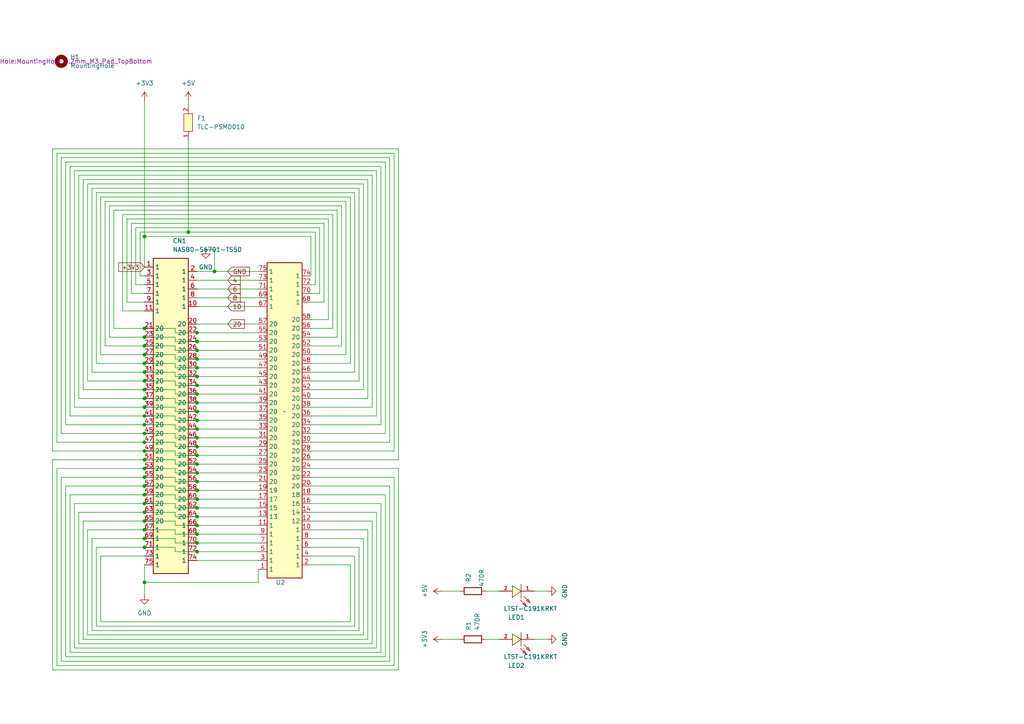
<source format=kicad_sch>
(kicad_sch (version 20230121) (generator eeschema)
  (paper "A4")
  (lib_symbols
    (symbol "Device:R" (pin_numbers hide) (pin_names (offset 0))
      (property "Reference" "R" (at 2.032 0 90))
      (property "Value" "R" (at 0 0 90))
      (symbol "R_0_1"
        (rectangle (start -1.016 -2.54) (end 1.016 2.54) (stroke (width 0.254)))
      )
      (symbol "R_1_1"
        (pin passive line (at 0 3.81 270) (length 1.27) (name "~") (number "1"))
        (pin passive line (at 0 -3.81 90) (length 1.27) (name "~") (number "2"))
      )
    )
    (symbol "JLC:LTST-C191KRKT" (pin_names hide)
      (property "Reference" "LED" (at 0 1.27 0))
      (property "Value" "LTST-C191KRKT" (at 0 -2.54 0))
      (symbol "LTST-C191KRKT_0_1"
        (polyline (pts (xy -2.032 1.524) (xy -3.81 3.302)))
        (polyline (pts (xy -1.27 2.032) (xy -1.27 -2.032)))
        (polyline (pts (xy -1.016 2.54) (xy -2.794 4.318)))
        (polyline (pts (xy -3.81 3.302) (xy -2.794 2.794) (xy -3.302 2.286) (xy -3.81 3.302)) (fill (type background)))
        (polyline (pts (xy -2.794 4.318) (xy -1.778 3.81) (xy -2.286 3.302) (xy -2.794 4.318)) (fill (type background)))
        (polyline (pts (xy 1.27 -1.524) (xy -1.27 0) (xy 1.27 1.778) (xy 1.27 -1.524)) (fill (type background)))
        (pin unspecified line (at -5.08 0 0) (length 3.81) (name "-") (number "1"))
        (pin unspecified line (at 5.08 0 180) (length 3.81) (name "+") (number "2"))
      )
    )
    (symbol "JLC:TLC-PSMD010" (pin_names hide)
      (property "Reference" "F" (at 0 1.27 0))
      (property "Value" "TLC-PSMD010" (at 0 -2.54 0))
      (symbol "TLC-PSMD010_0_1"
        (rectangle (start -2.54 1.27) (end 2.54 -1.27) (fill (type background)))
        (pin unspecified line (at -5.08 0 0) (length 2.54) (name "1") (number "1"))
        (pin unspecified line (at 5.08 0 180) (length 2.54) (name "2") (number "2"))
      )
    )
    (symbol "JLC_parts:NASB0-S6701-TS50"
      (property "Reference" "CN" (at 0 1.27 0))
      (property "Value" "NASB0-S6701-TS50" (at 0 -2.54 0))
      (symbol "NASB0-S6701-TS50_0_1"
        (rectangle (start -3.81 48.26) (end 6.35 -43.18) (stroke (width 0.254)) (fill (type background)))
      )
      (symbol "NASB0-S6701-TS50_1_1"
        (pin input line (at -6.35 45.72 0) (length 2.54) (name "1") (number "1"))
        (pin input line (at 8.89 34.29 180) (length 2.54) (name "1") (number "10"))
        (pin input line (at -6.35 33.02 0) (length 2.54) (name "1") (number "11"))
        (pin input line (at 8.89 44.45 180) (length 2.54) (name "1") (number "2"))
        (pin input line (at 8.89 29.21 180) (length 2.54) (name "20") (number "20"))
        (pin input line (at -6.35 27.94 0) (length 2.54) (name "20") (number "21"))
        (pin input line (at 8.89 26.67 180) (length 2.54) (name "20") (number "22"))
        (pin input line (at -6.35 25.4 0) (length 2.54) (name "20") (number "23"))
        (pin input line (at 8.89 24.13 180) (length 2.54) (name "20") (number "24"))
        (pin input line (at -6.35 22.86 0) (length 2.54) (name "20") (number "25"))
        (pin input line (at 8.89 21.59 180) (length 2.54) (name "20") (number "26"))
        (pin input line (at -6.35 20.32 0) (length 2.54) (name "20") (number "27"))
        (pin input line (at 8.89 19.05 180) (length 2.54) (name "20") (number "28"))
        (pin input line (at -6.35 17.78 0) (length 2.54) (name "20") (number "29"))
        (pin input line (at -6.35 43.18 0) (length 2.54) (name "1") (number "3"))
        (pin input line (at 8.89 16.51 180) (length 2.54) (name "20") (number "30"))
        (pin input line (at -6.35 15.24 0) (length 2.54) (name "20") (number "31"))
        (pin input line (at 8.89 13.97 180) (length 2.54) (name "20") (number "32"))
        (pin input line (at -6.35 12.7 0) (length 2.54) (name "20") (number "33"))
        (pin input line (at 8.89 11.43 180) (length 2.54) (name "20") (number "34"))
        (pin input line (at -6.35 10.16 0) (length 2.54) (name "20") (number "35"))
        (pin input line (at 8.89 8.89 180) (length 2.54) (name "20") (number "36"))
        (pin input line (at -6.35 7.62 0) (length 2.54) (name "20") (number "37"))
        (pin input line (at 8.89 6.35 180) (length 2.54) (name "20") (number "38"))
        (pin input line (at -6.35 5.08 0) (length 2.54) (name "20") (number "39"))
        (pin input line (at 8.89 41.91 180) (length 2.54) (name "1") (number "4"))
        (pin input line (at 8.89 3.81 180) (length 2.54) (name "20") (number "40"))
        (pin input line (at -6.35 2.54 0) (length 2.54) (name "20") (number "41"))
        (pin input line (at 8.89 1.27 180) (length 2.54) (name "20") (number "42"))
        (pin input line (at -6.35 0 0) (length 2.54) (name "20") (number "43"))
        (pin input line (at 8.89 -1.27 180) (length 2.54) (name "20") (number "44"))
        (pin input line (at -6.35 -2.54 0) (length 2.54) (name "20") (number "45"))
        (pin input line (at 8.89 -3.81 180) (length 2.54) (name "20") (number "46"))
        (pin input line (at -6.35 -5.08 0) (length 2.54) (name "20") (number "47"))
        (pin input line (at 8.89 -6.35 180) (length 2.54) (name "20") (number "48"))
        (pin input line (at -6.35 -7.62 0) (length 2.54) (name "20") (number "49"))
        (pin input line (at -6.35 40.64 0) (length 2.54) (name "1") (number "5"))
        (pin input line (at 8.89 -8.89 180) (length 2.54) (name "20") (number "50"))
        (pin input line (at -6.35 -10.16 0) (length 2.54) (name "20") (number "51"))
        (pin input line (at 8.89 -11.43 180) (length 2.54) (name "20") (number "52"))
        (pin input line (at -6.35 -12.7 0) (length 2.54) (name "20") (number "53"))
        (pin input line (at 8.89 -13.97 180) (length 2.54) (name "20") (number "54"))
        (pin input line (at -6.35 -15.24 0) (length 2.54) (name "20") (number "55"))
        (pin input line (at 8.89 -16.51 180) (length 2.54) (name "20") (number "56"))
        (pin input line (at -6.35 -17.78 0) (length 2.54) (name "20") (number "57"))
        (pin input line (at 8.89 -19.05 180) (length 2.54) (name "20") (number "58"))
        (pin input line (at -6.35 -20.32 0) (length 2.54) (name "20") (number "59"))
        (pin input line (at 8.89 39.37 180) (length 2.54) (name "1") (number "6"))
        (pin input line (at 8.89 -21.59 180) (length 2.54) (name "20") (number "60"))
        (pin input line (at -6.35 -22.86 0) (length 2.54) (name "20") (number "61"))
        (pin input line (at 8.89 -24.13 180) (length 2.54) (name "20") (number "62"))
        (pin input line (at -6.35 -25.4 0) (length 2.54) (name "20") (number "63"))
        (pin input line (at 8.89 -26.67 180) (length 2.54) (name "20") (number "64"))
        (pin input line (at -6.35 -27.94 0) (length 2.54) (name "20") (number "65"))
        (pin input line (at 8.89 -29.21 180) (length 2.54) (name "1") (number "66"))
        (pin input line (at -6.35 -30.48 0) (length 2.54) (name "1") (number "67"))
        (pin input line (at 8.89 -31.75 180) (length 2.54) (name "1") (number "68"))
        (pin input line (at -6.35 -33.02 0) (length 2.54) (name "1") (number "69"))
        (pin input line (at -6.35 38.1 0) (length 2.54) (name "1") (number "7"))
        (pin input line (at 8.89 -34.29 180) (length 2.54) (name "1") (number "70"))
        (pin input line (at -6.35 -35.56 0) (length 2.54) (name "1") (number "71"))
        (pin input line (at 8.89 -36.83 180) (length 2.54) (name "1") (number "72"))
        (pin input line (at -6.35 -38.1 0) (length 2.54) (name "1") (number "73"))
        (pin input line (at 8.89 -39.37 180) (length 2.54) (name "1") (number "74"))
        (pin input line (at -6.35 -40.64 0) (length 2.54) (name "1") (number "75"))
        (pin input line (at 8.89 36.83 180) (length 2.54) (name "1") (number "8"))
        (pin input line (at -6.35 35.56 0) (length 2.54) (name "1") (number "9"))
      )
    )
    (symbol "JLC_parts:m.2_M_edge_fingers"
      (property "Reference" "U" (at 0 -7.62 0))
      (symbol "m.2_M_edge_fingers_0_1"
        (rectangle (start -5.08 48.26) (end 5.08 -43.18) (stroke (width 0.254)) (fill (type background)))
      )
      (symbol "m.2_M_edge_fingers_1_1"
        (pin input line (at -7.62 45.72 0) (length 2.54) (name "1") (number "1"))
        (pin input line (at 7.62 34.29 180) (length 2.54) (name "1") (number "10"))
        (pin input line (at -7.62 33.02 0) (length 2.54) (name "1") (number "11"))
        (pin input line (at 7.62 31.75 180) (length 2.54) (name "12") (number "12"))
        (pin input line (at -7.62 30.48 0) (length 2.54) (name "13") (number "13"))
        (pin input line (at 7.62 29.21 180) (length 2.54) (name "14") (number "14"))
        (pin input line (at -7.62 27.94 0) (length 2.54) (name "15") (number "15"))
        (pin input line (at 7.62 26.67 180) (length 2.54) (name "16") (number "16"))
        (pin input line (at -7.62 25.4 0) (length 2.54) (name "17") (number "17"))
        (pin input line (at 7.62 24.13 180) (length 2.54) (name "18") (number "18"))
        (pin input line (at -7.62 22.86 0) (length 2.54) (name "19") (number "19"))
        (pin input line (at 7.62 44.45 180) (length 2.54) (name "1") (number "2"))
        (pin input line (at 7.62 21.59 180) (length 2.54) (name "20") (number "20"))
        (pin input line (at -7.62 20.32 0) (length 2.54) (name "20") (number "21"))
        (pin input line (at 7.62 19.05 180) (length 2.54) (name "20") (number "22"))
        (pin input line (at -7.62 17.78 0) (length 2.54) (name "20") (number "23"))
        (pin input line (at 7.62 16.51 180) (length 2.54) (name "20") (number "24"))
        (pin input line (at -7.62 15.24 0) (length 2.54) (name "20") (number "25"))
        (pin input line (at 7.62 13.97 180) (length 2.54) (name "20") (number "26"))
        (pin input line (at -7.62 12.7 0) (length 2.54) (name "20") (number "27"))
        (pin input line (at 7.62 11.43 180) (length 2.54) (name "20") (number "28"))
        (pin input line (at -7.62 10.16 0) (length 2.54) (name "20") (number "29"))
        (pin input line (at -7.62 43.18 0) (length 2.54) (name "1") (number "3"))
        (pin input line (at 7.62 8.89 180) (length 2.54) (name "20") (number "30"))
        (pin input line (at -7.62 7.62 0) (length 2.54) (name "20") (number "31"))
        (pin input line (at 7.62 6.35 180) (length 2.54) (name "20") (number "32"))
        (pin input line (at -7.62 5.08 0) (length 2.54) (name "20") (number "33"))
        (pin input line (at 7.62 3.81 180) (length 2.54) (name "20") (number "34"))
        (pin input line (at -7.62 2.54 0) (length 2.54) (name "20") (number "35"))
        (pin input line (at 7.62 1.27 180) (length 2.54) (name "20") (number "36"))
        (pin input line (at -7.62 0 0) (length 2.54) (name "20") (number "37"))
        (pin input line (at 7.62 -1.27 180) (length 2.54) (name "20") (number "38"))
        (pin input line (at -7.62 -2.54 0) (length 2.54) (name "20") (number "39"))
        (pin input line (at 7.62 41.91 180) (length 2.54) (name "1") (number "4"))
        (pin input line (at 7.62 -3.81 180) (length 2.54) (name "20") (number "40"))
        (pin input line (at -7.62 -5.08 0) (length 2.54) (name "20") (number "41"))
        (pin input line (at 7.62 -6.35 180) (length 2.54) (name "20") (number "42"))
        (pin input line (at -7.62 -7.62 0) (length 2.54) (name "20") (number "43"))
        (pin input line (at 7.62 -8.89 180) (length 2.54) (name "20") (number "44"))
        (pin input line (at -7.62 -10.16 0) (length 2.54) (name "20") (number "45"))
        (pin input line (at 7.62 -11.43 180) (length 2.54) (name "20") (number "46"))
        (pin input line (at -7.62 -12.7 0) (length 2.54) (name "20") (number "47"))
        (pin input line (at 7.62 -13.97 180) (length 2.54) (name "20") (number "48"))
        (pin input line (at -7.62 -15.24 0) (length 2.54) (name "20") (number "49"))
        (pin input line (at -7.62 40.64 0) (length 2.54) (name "1") (number "5"))
        (pin input line (at 7.62 -16.51 180) (length 2.54) (name "20") (number "50"))
        (pin input line (at -7.62 -17.78 0) (length 2.54) (name "20") (number "51"))
        (pin input line (at 7.62 -19.05 180) (length 2.54) (name "20") (number "52"))
        (pin input line (at -7.62 -20.32 0) (length 2.54) (name "20") (number "53"))
        (pin input line (at 7.62 -21.59 180) (length 2.54) (name "20") (number "54"))
        (pin input line (at -7.62 -22.86 0) (length 2.54) (name "20") (number "55"))
        (pin input line (at 7.62 -24.13 180) (length 2.54) (name "20") (number "56"))
        (pin input line (at -7.62 -25.4 0) (length 2.54) (name "20") (number "57"))
        (pin input line (at 7.62 -26.67 180) (length 2.54) (name "20") (number "58"))
        (pin input line (at 7.62 39.37 180) (length 2.54) (name "1") (number "6"))
        (pin input line (at -7.62 -30.48 0) (length 2.54) (name "1") (number "67"))
        (pin input line (at 7.62 -31.75 180) (length 2.54) (name "1") (number "68"))
        (pin input line (at -7.62 -33.02 0) (length 2.54) (name "1") (number "69"))
        (pin input line (at -7.62 38.1 0) (length 2.54) (name "1") (number "7"))
        (pin input line (at 7.62 -34.29 180) (length 2.54) (name "1") (number "70"))
        (pin input line (at -7.62 -35.56 0) (length 2.54) (name "1") (number "71"))
        (pin input line (at 7.62 -36.83 180) (length 2.54) (name "1") (number "72"))
        (pin input line (at -7.62 -38.1 0) (length 2.54) (name "1") (number "73"))
        (pin input line (at 7.62 -39.37 180) (length 2.54) (name "1") (number "74"))
        (pin input line (at -7.62 -40.64 0) (length 2.54) (name "1") (number "75"))
        (pin input line (at 7.62 36.83 180) (length 2.54) (name "1") (number "8"))
        (pin input line (at -7.62 35.56 0) (length 2.54) (name "1") (number "9"))
      )
    )
    (symbol "Mechanical:MountingHole" (pin_names (offset 1.016))
      (property "Reference" "H" (at 0 5.08 0))
      (property "Value" "MountingHole" (at 0 3.175 0))
      (symbol "MountingHole_0_1"
        (circle (center 0 0) (radius 1.27) (stroke (width 1.27)))
      )
    )
    (symbol "power:+3V3" (power) (pin_names (offset 0))
      (property "Value" "+3V3" (at 0 3.556 0))
      (symbol "+3V3_0_1"
        (polyline (pts (xy -0.762 1.27) (xy 0 2.54)))
        (polyline (pts (xy 0 0) (xy 0 2.54)))
        (polyline (pts (xy 0 2.54) (xy 0.762 1.27)))
      )
      (symbol "+3V3_1_1"
        (pin power_in line (at 0 0 90) (length 0) hide (name "+3V3") (number "1"))
      )
    )
    (symbol "power:+5V" (power) (pin_names (offset 0))
      (property "Value" "+5V" (at 0 3.556 0))
      (symbol "+5V_0_1"
        (polyline (pts (xy -0.762 1.27) (xy 0 2.54)))
        (polyline (pts (xy 0 0) (xy 0 2.54)))
        (polyline (pts (xy 0 2.54) (xy 0.762 1.27)))
      )
      (symbol "+5V_1_1"
        (pin power_in line (at 0 0 90) (length 0) hide (name "+5V") (number "1"))
      )
    )
    (symbol "power:GND" (power) (pin_names (offset 0))
      (property "Value" "GND" (at 0 -3.81 0))
      (symbol "GND_0_1"
        (polyline (pts (xy 0 0) (xy 0 -1.27) (xy 1.27 -1.27) (xy 0 -2.54) (xy -1.27 -1.27) (xy 0 -1.27)))
      )
      (symbol "GND_1_1"
        (pin power_in line (at 0 0 270) (length 0) hide (name "GND") (number "1"))
      )
    )
  )
  (junction (at 41.91 156.21))
  (junction (at 57.15 134.62))
  (junction (at 41.91 113.03))
  (junction (at 57.15 157.48))
  (junction (at 57.15 96.52))
  (junction (at 57.15 160.02))
  (junction (at 57.15 104.14))
  (junction (at 57.15 114.3))
  (junction (at 57.15 152.4))
  (junction (at 41.91 68.58))
  (junction (at 57.15 129.54))
  (junction (at 57.15 109.22))
  (junction (at 41.91 107.95))
  (junction (at 57.15 137.16))
  (junction (at 41.91 133.35))
  (junction (at 57.15 111.76))
  (junction (at 41.91 97.79))
  (junction (at 57.15 116.84))
  (junction (at 41.91 143.51))
  (junction (at 57.15 124.46))
  (junction (at 57.15 132.08))
  (junction (at 57.15 127))
  (junction (at 41.91 158.75))
  (junction (at 57.15 149.86))
  (junction (at 41.91 105.41))
  (junction (at 41.91 95.25))
  (junction (at 41.91 138.43))
  (junction (at 57.15 99.06))
  (junction (at 62.23 78.74))
  (junction (at 41.91 100.33))
  (junction (at 41.91 118.11))
  (junction (at 57.15 154.94))
  (junction (at 57.15 139.7))
  (junction (at 54.61 67.31))
  (junction (at 57.15 147.32))
  (junction (at 57.15 106.68))
  (junction (at 41.91 102.87))
  (junction (at 57.15 144.78))
  (junction (at 57.15 142.24))
  (junction (at 41.91 130.81))
  (junction (at 57.15 119.38))
  (junction (at 41.91 135.89))
  (junction (at 57.15 121.92))
  (junction (at 41.91 125.73))
  (junction (at 41.91 168.91))
  (junction (at 41.91 115.57))
  (junction (at 41.91 146.05))
  (junction (at 41.91 123.19))
  (junction (at 41.91 148.59))
  (junction (at 41.91 153.67))
  (junction (at 41.91 128.27))
  (junction (at 41.91 110.49))
  (junction (at 57.15 101.6))
  (junction (at 41.91 151.13))
  (junction (at 41.91 140.97))
  (junction (at 41.91 120.65))
  (wire (pts (xy 41.91 102.87) (xy 50.8 102.87)))
  (wire (pts (xy 110.49 123.19) (xy 110.49 48.26)))
  (wire (pts (xy 105.41 53.34) (xy 25.4 53.34)))
  (wire (pts (xy 41.91 105.41) (xy 27.94 105.41)))
  (wire (pts (xy 41.91 138.43) (xy 50.8 138.43)))
  (wire (pts (xy 41.91 125.73) (xy 50.8 125.73)))
  (wire (pts (xy 90.17 128.27) (xy 113.03 128.27)))
  (wire (pts (xy 50.8 119.38) (xy 57.15 119.38)))
  (wire (pts (xy 50.8 127) (xy 57.15 127)))
  (wire (pts (xy 50.8 107.95) (xy 50.8 109.22)))
  (wire (pts (xy 41.91 151.13) (xy 50.8 151.13)))
  (wire (pts (xy 57.15 147.32) (xy 74.93 147.32)))
  (wire (pts (xy 50.8 135.89) (xy 50.8 137.16)))
  (wire (pts (xy 57.15 154.94) (xy 74.93 154.94)))
  (wire (pts (xy 41.91 100.33) (xy 50.8 100.33)))
  (wire (pts (xy 107.95 151.13) (xy 107.95 186.69)))
  (wire (pts (xy 101.6 57.15) (xy 29.21 57.15)))
  (wire (pts (xy 105.41 113.03) (xy 105.41 53.34)))
  (wire (pts (xy 90.17 153.67) (xy 106.68 153.67)))
  (wire (pts (xy 41.91 100.33) (xy 30.48 100.33)))
  (wire (pts (xy 50.8 140.97) (xy 50.8 142.24)))
  (wire (pts (xy 41.91 156.21) (xy 50.8 156.21)))
  (wire (pts (xy 54.61 40.64) (xy 54.61 67.31)))
  (wire (pts (xy 50.8 133.35) (xy 50.8 134.62)))
  (wire (pts (xy 50.8 106.68) (xy 57.15 106.68)))
  (wire (pts (xy 29.21 57.15) (xy 29.21 102.87)))
  (wire (pts (xy 41.91 77.47) (xy 41.91 68.58)))
  (wire (pts (xy 20.32 48.26) (xy 20.32 120.65)))
  (wire (pts (xy 57.15 149.86) (xy 74.93 149.86)))
  (wire (pts (xy 41.91 118.11) (xy 21.59 118.11)))
  (wire (pts (xy 109.22 187.96) (xy 109.22 148.59)))
  (wire (pts (xy 41.91 146.05) (xy 21.59 146.05)))
  (wire (pts (xy 93.98 64.77) (xy 38.1 64.77)))
  (wire (pts (xy 50.8 148.59) (xy 50.8 149.86)))
  (wire (pts (xy 106.68 115.57) (xy 106.68 52.07)))
  (wire (pts (xy 57.15 119.38) (xy 74.93 119.38)))
  (wire (pts (xy 50.8 124.46) (xy 57.15 124.46)))
  (wire (pts (xy 41.91 146.05) (xy 50.8 146.05)))
  (wire (pts (xy 154.94 171.45) (xy 158.75 171.45)))
  (wire (pts (xy 41.91 107.95) (xy 50.8 107.95)))
  (wire (pts (xy 50.8 96.52) (xy 57.15 96.52)))
  (wire (pts (xy 102.87 107.95) (xy 90.17 107.95)))
  (wire (pts (xy 50.8 116.84) (xy 57.15 116.84)))
  (wire (pts (xy 57.15 134.62) (xy 74.93 134.62)))
  (wire (pts (xy 92.71 66.04) (xy 92.71 85.09)))
  (wire (pts (xy 24.13 185.42) (xy 106.68 185.42)))
  (wire (pts (xy 41.91 120.65) (xy 50.8 120.65)))
  (wire (pts (xy 57.15 109.22) (xy 74.93 109.22)))
  (wire (pts (xy 57.15 137.16) (xy 74.93 137.16)))
  (wire (pts (xy 15.24 194.31) (xy 115.57 194.31)))
  (wire (pts (xy 57.15 111.76) (xy 74.93 111.76)))
  (wire (pts (xy 50.8 134.62) (xy 57.15 134.62)))
  (wire (pts (xy 50.8 109.22) (xy 57.15 109.22)))
  (wire (pts (xy 133.35 185.42) (xy 128.27 185.42)))
  (wire (pts (xy 41.91 133.35) (xy 15.24 133.35)))
  (wire (pts (xy 50.8 123.19) (xy 50.8 124.46)))
  (wire (pts (xy 115.57 133.35) (xy 115.57 43.18)))
  (wire (pts (xy 110.49 189.23) (xy 20.32 189.23)))
  (wire (pts (xy 50.8 101.6) (xy 57.15 101.6)))
  (wire (pts (xy 50.8 125.73) (xy 50.8 127)))
  (wire (pts (xy 41.91 128.27) (xy 50.8 128.27)))
  (wire (pts (xy 93.98 87.63) (xy 93.98 64.77)))
  (wire (pts (xy 15.24 43.18) (xy 15.24 130.81)))
  (wire (pts (xy 57.15 93.98) (xy 74.93 93.98)))
  (wire (pts (xy 90.17 143.51) (xy 111.76 143.51)))
  (wire (pts (xy 29.21 102.87) (xy 41.91 102.87)))
  (wire (pts (xy 90.17 125.73) (xy 111.76 125.73)))
  (wire (pts (xy 17.78 138.43) (xy 17.78 191.77)))
  (wire (pts (xy 91.44 82.55) (xy 90.17 82.55)))
  (wire (pts (xy 50.8 110.49) (xy 50.8 111.76)))
  (wire (pts (xy 57.15 162.56) (xy 74.93 162.56)))
  (wire (pts (xy 107.95 50.8) (xy 22.86 50.8)))
  (wire (pts (xy 90.17 95.25) (xy 96.52 95.25)))
  (wire (pts (xy 41.91 123.19) (xy 19.05 123.19)))
  (wire (pts (xy 90.17 100.33) (xy 99.06 100.33)))
  (wire (pts (xy 50.8 99.06) (xy 57.15 99.06)))
  (wire (pts (xy 50.8 157.48) (xy 57.15 157.48)))
  (wire (pts (xy 113.03 128.27) (xy 113.03 45.72)))
  (wire (pts (xy 41.91 161.29) (xy 29.21 161.29)))
  (wire (pts (xy 30.48 58.42) (xy 100.33 58.42)))
  (wire (pts (xy 57.15 116.84) (xy 74.93 116.84)))
  (wire (pts (xy 50.8 154.94) (xy 57.15 154.94)))
  (wire (pts (xy 106.68 52.07) (xy 24.13 52.07)))
  (wire (pts (xy 50.8 138.43) (xy 50.8 139.7)))
  (wire (pts (xy 50.8 120.65) (xy 50.8 121.92)))
  (wire (pts (xy 41.91 68.58) (xy 90.17 68.58)))
  (wire (pts (xy 41.91 156.21) (xy 26.67 156.21)))
  (wire (pts (xy 41.91 151.13) (xy 24.13 151.13)))
  (wire (pts (xy 113.03 45.72) (xy 17.78 45.72)))
  (wire (pts (xy 41.91 87.63) (xy 36.83 87.63)))
  (wire (pts (xy 50.8 114.3) (xy 57.15 114.3)))
  (wire (pts (xy 19.05 190.5) (xy 19.05 140.97)))
  (wire (pts (xy 16.51 135.89) (xy 41.91 135.89)))
  (wire (pts (xy 22.86 115.57) (xy 41.91 115.57)))
  (wire (pts (xy 62.23 72.39) (xy 59.69 72.39)))
  (wire (pts (xy 50.8 95.25) (xy 50.8 96.52)))
  (wire (pts (xy 39.37 66.04) (xy 92.71 66.04)))
  (wire (pts (xy 90.17 113.03) (xy 105.41 113.03)))
  (wire (pts (xy 54.61 67.31) (xy 91.44 67.31)))
  (wire (pts (xy 57.15 81.28) (xy 74.93 81.28)))
  (wire (pts (xy 57.15 157.48) (xy 74.93 157.48)))
  (wire (pts (xy 50.8 105.41) (xy 50.8 106.68)))
  (wire (pts (xy 21.59 49.53) (xy 109.22 49.53)))
  (wire (pts (xy 19.05 123.19) (xy 19.05 46.99)))
  (wire (pts (xy 26.67 54.61) (xy 104.14 54.61)))
  (wire (pts (xy 50.8 102.87) (xy 50.8 104.14)))
  (wire (pts (xy 41.91 107.95) (xy 26.67 107.95)))
  (wire (pts (xy 90.17 148.59) (xy 109.22 148.59)))
  (wire (pts (xy 41.91 82.55) (xy 39.37 82.55)))
  (wire (pts (xy 92.71 85.09) (xy 90.17 85.09)))
  (wire (pts (xy 50.8 152.4) (xy 57.15 152.4)))
  (wire (pts (xy 21.59 187.96) (xy 109.22 187.96)))
  (wire (pts (xy 24.13 113.03) (xy 41.91 113.03)))
  (wire (pts (xy 109.22 49.53) (xy 109.22 120.65)))
  (wire (pts (xy 115.57 194.31) (xy 115.57 135.89)))
  (wire (pts (xy 21.59 118.11) (xy 21.59 49.53)))
  (wire (pts (xy 41.91 115.57) (xy 50.8 115.57)))
  (wire (pts (xy 41.91 168.91) (xy 74.93 168.91)))
  (wire (pts (xy 50.8 158.75) (xy 50.8 160.02)))
  (wire (pts (xy 111.76 190.5) (xy 19.05 190.5)))
  (wire (pts (xy 102.87 161.29) (xy 102.87 181.61)))
  (wire (pts (xy 102.87 181.61) (xy 27.94 181.61)))
  (wire (pts (xy 96.52 62.23) (xy 35.56 62.23)))
  (wire (pts (xy 22.86 50.8) (xy 22.86 115.57)))
  (wire (pts (xy 16.51 128.27) (xy 16.51 44.45)))
  (wire (pts (xy 57.15 104.14) (xy 74.93 104.14)))
  (wire (pts (xy 95.25 92.71) (xy 90.17 92.71)))
  (wire (pts (xy 27.94 55.88) (xy 102.87 55.88)))
  (wire (pts (xy 57.15 144.78) (xy 74.93 144.78)))
  (wire (pts (xy 90.17 161.29) (xy 102.87 161.29)))
  (wire (pts (xy 57.15 124.46) (xy 74.93 124.46)))
  (wire (pts (xy 25.4 153.67) (xy 41.91 153.67)))
  (wire (pts (xy 36.83 63.5) (xy 95.25 63.5)))
  (wire (pts (xy 101.6 105.41) (xy 101.6 57.15)))
  (wire (pts (xy 41.91 133.35) (xy 50.8 133.35)))
  (wire (pts (xy 33.02 60.96) (xy 97.79 60.96)))
  (wire (pts (xy 41.91 110.49) (xy 50.8 110.49)))
  (wire (pts (xy 91.44 67.31) (xy 91.44 82.55)))
  (wire (pts (xy 29.21 180.34) (xy 101.6 180.34)))
  (wire (pts (xy 90.17 140.97) (xy 113.03 140.97)))
  (wire (pts (xy 27.94 158.75) (xy 41.91 158.75)))
  (wire (pts (xy 57.15 152.4) (xy 74.93 152.4)))
  (wire (pts (xy 57.15 83.82) (xy 74.93 83.82)))
  (wire (pts (xy 107.95 186.69) (xy 22.86 186.69)))
  (wire (pts (xy 15.24 130.81) (xy 41.91 130.81)))
  (wire (pts (xy 41.91 113.03) (xy 50.8 113.03)))
  (wire (pts (xy 105.41 156.21) (xy 105.41 184.15)))
  (wire (pts (xy 31.75 97.79) (xy 41.91 97.79)))
  (wire (pts (xy 50.8 113.03) (xy 50.8 114.3)))
  (wire (pts (xy 21.59 146.05) (xy 21.59 187.96)))
  (wire (pts (xy 35.56 90.17) (xy 41.91 90.17)))
  (wire (pts (xy 50.8 143.51) (xy 50.8 144.78)))
  (wire (pts (xy 62.23 78.74) (xy 74.93 78.74)))
  (wire (pts (xy 50.8 142.24) (xy 57.15 142.24)))
  (wire (pts (xy 50.8 118.11) (xy 50.8 119.38)))
  (wire (pts (xy 114.3 193.04) (xy 16.51 193.04)))
  (wire (pts (xy 57.15 142.24) (xy 74.93 142.24)))
  (wire (pts (xy 90.17 156.21) (xy 105.41 156.21)))
  (wire (pts (xy 38.1 85.09) (xy 41.91 85.09)))
  (wire (pts (xy 16.51 193.04) (xy 16.51 135.89)))
  (wire (pts (xy 110.49 146.05) (xy 110.49 189.23)))
  (wire (pts (xy 90.17 123.19) (xy 110.49 123.19)))
  (wire (pts (xy 40.64 80.01) (xy 40.64 67.31)))
  (wire (pts (xy 41.91 168.91) (xy 41.91 172.72)))
  (wire (pts (xy 33.02 95.25) (xy 33.02 60.96)))
  (wire (pts (xy 50.8 104.14) (xy 57.15 104.14)))
  (wire (pts (xy 90.17 87.63) (xy 93.98 87.63)))
  (wire (pts (xy 111.76 143.51) (xy 111.76 190.5)))
  (wire (pts (xy 50.8 111.76) (xy 57.15 111.76)))
  (wire (pts (xy 20.32 143.51) (xy 41.91 143.51)))
  (wire (pts (xy 99.06 59.69) (xy 31.75 59.69)))
  (wire (pts (xy 41.91 105.41) (xy 50.8 105.41)))
  (wire (pts (xy 50.8 100.33) (xy 50.8 101.6)))
  (wire (pts (xy 41.91 140.97) (xy 50.8 140.97)))
  (wire (pts (xy 90.17 151.13) (xy 107.95 151.13)))
  (wire (pts (xy 50.8 130.81) (xy 50.8 132.08)))
  (wire (pts (xy 57.15 132.08) (xy 74.93 132.08)))
  (wire (pts (xy 102.87 55.88) (xy 102.87 107.95)))
  (wire (pts (xy 50.8 147.32) (xy 57.15 147.32)))
  (wire (pts (xy 41.91 29.21) (xy 41.91 68.58)))
  (wire (pts (xy 50.8 97.79) (xy 50.8 99.06)))
  (wire (pts (xy 57.15 127) (xy 74.93 127)))
  (wire (pts (xy 50.8 156.21) (xy 50.8 157.48)))
  (wire (pts (xy 154.94 185.42) (xy 158.75 185.42)))
  (wire (pts (xy 111.76 46.99) (xy 111.76 125.73)))
  (wire (pts (xy 140.97 171.45) (xy 144.78 171.45)))
  (wire (pts (xy 97.79 60.96) (xy 97.79 97.79)))
  (wire (pts (xy 31.75 59.69) (xy 31.75 97.79)))
  (wire (pts (xy 41.91 148.59) (xy 50.8 148.59)))
  (wire (pts (xy 15.24 133.35) (xy 15.24 194.31)))
  (wire (pts (xy 50.8 137.16) (xy 57.15 137.16)))
  (wire (pts (xy 114.3 44.45) (xy 114.3 130.81)))
  (wire (pts (xy 50.8 132.08) (xy 57.15 132.08)))
  (wire (pts (xy 16.51 44.45) (xy 114.3 44.45)))
  (wire (pts (xy 57.15 139.7) (xy 74.93 139.7)))
  (wire (pts (xy 25.4 184.15) (xy 25.4 153.67)))
  (wire (pts (xy 57.15 129.54) (xy 74.93 129.54)))
  (wire (pts (xy 41.91 153.67) (xy 50.8 153.67)))
  (wire (pts (xy 41.91 123.19) (xy 50.8 123.19)))
  (wire (pts (xy 19.05 140.97) (xy 41.91 140.97)))
  (wire (pts (xy 50.8 115.57) (xy 50.8 116.84)))
  (wire (pts (xy 54.61 29.21) (xy 54.61 30.48)))
  (wire (pts (xy 29.21 161.29) (xy 29.21 180.34)))
  (wire (pts (xy 50.8 128.27) (xy 50.8 129.54)))
  (wire (pts (xy 90.17 135.89) (xy 115.57 135.89)))
  (wire (pts (xy 100.33 58.42) (xy 100.33 102.87)))
  (wire (pts (xy 24.13 151.13) (xy 24.13 185.42)))
  (wire (pts (xy 104.14 54.61) (xy 104.14 110.49)))
  (wire (pts (xy 17.78 45.72) (xy 17.78 125.73)))
  (wire (pts (xy 25.4 110.49) (xy 41.91 110.49)))
  (wire (pts (xy 90.17 158.75) (xy 104.14 158.75)))
  (wire (pts (xy 104.14 182.88) (xy 104.14 158.75)))
  (wire (pts (xy 50.8 144.78) (xy 57.15 144.78)))
  (wire (pts (xy 110.49 48.26) (xy 20.32 48.26)))
  (wire (pts (xy 57.15 160.02) (xy 74.93 160.02)))
  (wire (pts (xy 90.17 163.83) (xy 101.6 163.83)))
  (wire (pts (xy 50.8 146.05) (xy 50.8 147.32)))
  (wire (pts (xy 27.94 105.41) (xy 27.94 55.88)))
  (wire (pts (xy 27.94 181.61) (xy 27.94 158.75)))
  (wire (pts (xy 107.95 118.11) (xy 107.95 50.8)))
  (wire (pts (xy 99.06 100.33) (xy 99.06 59.69)))
  (wire (pts (xy 140.97 185.42) (xy 144.78 185.42)))
  (wire (pts (xy 97.79 97.79) (xy 90.17 97.79)))
  (wire (pts (xy 41.91 80.01) (xy 40.64 80.01)))
  (wire (pts (xy 41.91 128.27) (xy 16.51 128.27)))
  (wire (pts (xy 57.15 99.06) (xy 74.93 99.06)))
  (wire (pts (xy 90.17 118.11) (xy 107.95 118.11)))
  (wire (pts (xy 90.17 146.05) (xy 110.49 146.05)))
  (wire (pts (xy 101.6 180.34) (xy 101.6 163.83)))
  (wire (pts (xy 90.17 130.81) (xy 114.3 130.81)))
  (wire (pts (xy 38.1 64.77) (xy 38.1 85.09)))
  (wire (pts (xy 50.8 121.92) (xy 57.15 121.92)))
  (wire (pts (xy 105.41 184.15) (xy 25.4 184.15)))
  (wire (pts (xy 24.13 52.07) (xy 24.13 113.03)))
  (wire (pts (xy 133.35 171.45) (xy 128.27 171.45)))
  (wire (pts (xy 57.15 121.92) (xy 74.93 121.92)))
  (wire (pts (xy 106.68 185.42) (xy 106.68 153.67)))
  (wire (pts (xy 95.25 63.5) (xy 95.25 92.71)))
  (wire (pts (xy 41.91 130.81) (xy 50.8 130.81)))
  (wire (pts (xy 90.17 110.49) (xy 104.14 110.49)))
  (wire (pts (xy 25.4 53.34) (xy 25.4 110.49)))
  (wire (pts (xy 36.83 87.63) (xy 36.83 63.5)))
  (wire (pts (xy 41.91 158.75) (xy 50.8 158.75)))
  (wire (pts (xy 90.17 138.43) (xy 114.3 138.43)))
  (wire (pts (xy 50.8 149.86) (xy 57.15 149.86)))
  (wire (pts (xy 100.33 102.87) (xy 90.17 102.87)))
  (wire (pts (xy 41.91 143.51) (xy 50.8 143.51)))
  (wire (pts (xy 115.57 43.18) (xy 15.24 43.18)))
  (wire (pts (xy 22.86 148.59) (xy 41.91 148.59)))
  (wire (pts (xy 62.23 78.74) (xy 62.23 72.39)))
  (wire (pts (xy 41.91 138.43) (xy 17.78 138.43)))
  (wire (pts (xy 50.8 139.7) (xy 57.15 139.7)))
  (wire (pts (xy 50.8 160.02) (xy 57.15 160.02)))
  (wire (pts (xy 50.8 129.54) (xy 57.15 129.54)))
  (wire (pts (xy 57.15 96.52) (xy 74.93 96.52)))
  (wire (pts (xy 57.15 86.36) (xy 74.93 86.36)))
  (wire (pts (xy 57.15 88.9) (xy 74.93 88.9)))
  (wire (pts (xy 50.8 151.13) (xy 50.8 152.4)))
  (wire (pts (xy 57.15 106.68) (xy 74.93 106.68)))
  (wire (pts (xy 90.17 120.65) (xy 109.22 120.65)))
  (wire (pts (xy 26.67 156.21) (xy 26.67 182.88)))
  (wire (pts (xy 41.91 95.25) (xy 50.8 95.25)))
  (wire (pts (xy 20.32 120.65) (xy 41.91 120.65)))
  (wire (pts (xy 19.05 46.99) (xy 111.76 46.99)))
  (wire (pts (xy 113.03 191.77) (xy 113.03 140.97)))
  (wire (pts (xy 90.17 115.57) (xy 106.68 115.57)))
  (wire (pts (xy 22.86 186.69) (xy 22.86 148.59)))
  (wire (pts (xy 17.78 125.73) (xy 41.91 125.73)))
  (wire (pts (xy 96.52 95.25) (xy 96.52 62.23)))
  (wire (pts (xy 41.91 97.79) (xy 50.8 97.79)))
  (wire (pts (xy 40.64 67.31) (xy 54.61 67.31)))
  (wire (pts (xy 41.91 118.11) (xy 50.8 118.11)))
  (wire (pts (xy 41.91 135.89) (xy 50.8 135.89)))
  (wire (pts (xy 41.91 95.25) (xy 33.02 95.25)))
  (wire (pts (xy 35.56 62.23) (xy 35.56 90.17)))
  (wire (pts (xy 17.78 191.77) (xy 113.03 191.77)))
  (wire (pts (xy 20.32 189.23) (xy 20.32 143.51)))
  (wire (pts (xy 39.37 82.55) (xy 39.37 66.04)))
  (wire (pts (xy 90.17 68.58) (xy 90.17 80.01)))
  (wire (pts (xy 74.93 168.91) (xy 74.93 165.1)))
  (wire (pts (xy 90.17 105.41) (xy 101.6 105.41)))
  (wire (pts (xy 57.15 114.3) (xy 74.93 114.3)))
  (wire (pts (xy 114.3 138.43) (xy 114.3 193.04)))
  (wire (pts (xy 50.8 153.67) (xy 50.8 154.94)))
  (wire (pts (xy 26.67 182.88) (xy 104.14 182.88)))
  (wire (pts (xy 26.67 107.95) (xy 26.67 54.61)))
  (wire (pts (xy 57.15 101.6) (xy 74.93 101.6)))
  (wire (pts (xy 30.48 100.33) (xy 30.48 58.42)))
  (wire (pts (xy 57.15 78.74) (xy 62.23 78.74)))
  (wire (pts (xy 90.17 133.35) (xy 115.57 133.35)))
  (wire (pts (xy 41.91 163.83) (xy 41.91 168.91)))
  (global_label "20" (shape input) (at 66.04 93.98 0) (property "Intersheetrefs" "${INTERSHEET_REFS}" (effects hide)))
  (global_label "8" (shape input) (at 66.04 86.36 0) (property "Intersheetrefs" "${INTERSHEET_REFS}" (effects hide)))
  (global_label "+3V3" (shape input) (at 41.91 77.47 180) (property "Intersheetrefs" "${INTERSHEET_REFS}" (effects hide)))
  (global_label "4" (shape input) (at 66.04 81.28 0) (property "Intersheetrefs" "${INTERSHEET_REFS}" (effects hide)))
  (global_label "10" (shape input) (at 66.04 88.9 0) (property "Intersheetrefs" "${INTERSHEET_REFS}" (effects hide)))
  (global_label "6" (shape input) (at 66.04 83.82 0) (property "Intersheetrefs" "${INTERSHEET_REFS}" (effects hide)))
  (global_label "GND" (shape input) (at 66.04 78.74 0) (property "Intersheetrefs" "${INTERSHEET_REFS}" (effects hide)))
  (symbol (lib_id "JLC_parts:m.2_M_edge_fingers") (at 82.55 119.38 0) (mirror x) (unit 1)
    (property "Reference" "U2" (at 81.3435 168.91 0))
    (property "Value" "~" (at 82.55 119.38 0))
    (property "Footprint" "NGFF:NGFF_M" (effects hide))
  )
  (symbol (lib_id "JLC:TLC-PSMD010") (at 54.61 35.56 90) (unit 1)
    (property "Reference" "F1" (at 57.15 34.29 90) (effects (justify right)))
    (property "Value" "TLC-PSMD010" (at 57.15 36.83 90) (effects (justify right)))
    (property "Footprint" "footprint:F0805" (effects hide))
    (property "Datasheet" "https://item.szlcsc.com/343298.html" (effects hide))
    (property "LCSC" "C261939" (effects hide))
  )
  (symbol (lib_id "power:+3V3") (at 41.91 29.21 0) (unit 1)
    (property "Reference" "#PWR09" (effects hide))
    (property "Value" "+3V3" (at 41.91 24.13 0))
  )
  (symbol (lib_id "power:GND") (at 158.75 185.42 90) (unit 1)
    (property "Reference" "#PWR08" (effects hide))
    (property "Value" "GND" (at 163.83 185.42 0))
  )
  (symbol (lib_id "Mechanical:MountingHole") (at 17.78 17.78 0) (unit 1)
    (property "Reference" "H1" (at 20.32 16.51 0) (effects (justify left)))
    (property "Value" "MountingHole" (at 20.32 19.05 0) (effects (justify left)))
    (property "Footprint" "MountingHole:MountingHole_3.2mm_M3_Pad_TopBottom" (at 17.78 17.78 0))
  )
  (symbol (lib_id "Device:R") (at 137.16 171.45 90) (unit 1)
    (property "Reference" "R2" (at 135.89 168.91 0) (effects (justify left)))
    (property "Value" "470R" (at 139.7 170.18 0) (effects (justify left)))
    (property "Footprint" "Resistor_SMD:R_0603_1608Metric" (effects hide))
  )
  (symbol (lib_id "JLC_parts:NASB0-S6701-TS50") (at 48.26 123.19 0) (unit 1)
    (property "Reference" "CN1" (at 50.0809 69.85 0) (effects (justify left)))
    (property "Value" "NASB0-S6701-TS50" (at 50.0809 72.39 0) (effects (justify left)))
    (property "Footprint" "footprint_old:CONN-SMD_67P-P0.50-V_NASB0-S6701-TS50" (effects hide))
    (property "Datasheet" "https://item.szlcsc.com/340992.html" (effects hide))
    (property "LCSC" "C367024" (effects hide))
  )
  (symbol (lib_id "power:GND") (at 158.75 171.45 90) (unit 1)
    (property "Reference" "#PWR03" (effects hide))
    (property "Value" "GND" (at 163.83 171.45 0))
  )
  (symbol (lib_id "JLC:LTST-C191KRKT") (at 149.86 171.45 180) (unit 1)
    (property "Reference" "LED1" (at 147.32 179.07 0) (effects (justify right)))
    (property "Value" "LTST-C191KRKT" (at 146.05 176.53 0) (effects (justify right)))
    (property "Footprint" "footprints:LED0603-RD" (effects hide))
    (property "Datasheet" "https://item.szlcsc.com/347874.html" (effects hide))
    (property "LCSC" "C125099" (effects hide))
  )
  (symbol (lib_id "power:+5V") (at 54.61 29.21 0) (unit 1)
    (property "Reference" "#PWR072" (effects hide))
    (property "Value" "+5V" (at 54.61 24.13 0))
  )
  (symbol (lib_id "power:+3V3") (at 128.27 185.42 90) (unit 1)
    (property "Reference" "#PWR07" (effects hide))
    (property "Value" "+3V3" (at 123.19 185.42 0))
  )
  (symbol (lib_id "power:+5V") (at 128.27 171.45 90) (unit 1)
    (property "Reference" "#PWR04" (effects hide))
    (property "Value" "+5V" (at 123.19 171.45 0))
  )
  (symbol (lib_id "JLC:LTST-C191KRKT") (at 149.86 185.42 180) (unit 1)
    (property "Reference" "LED2" (at 147.32 193.04 0) (effects (justify right)))
    (property "Value" "LTST-C191KRKT" (at 146.05 190.5 0) (effects (justify right)))
    (property "Footprint" "footprints:LED0603-RD" (effects hide))
    (property "Datasheet" "https://item.szlcsc.com/347874.html" (effects hide))
    (property "LCSC" "C125099" (effects hide))
  )
  (symbol (lib_id "power:GND") (at 59.69 72.39 0) (unit 1)
    (property "Reference" "#PWR02" (effects hide))
    (property "Value" "GND" (at 59.69 77.47 0))
  )
  (symbol (lib_id "Device:R") (at 137.16 185.42 90) (unit 1)
    (property "Reference" "R1" (at 135.89 182.88 0) (effects (justify left)))
    (property "Value" "470R" (at 138.43 182.88 0) (effects (justify left)))
    (property "Footprint" "Resistor_SMD:R_0603_1608Metric" (effects hide))
  )
  (symbol (lib_id "power:GND") (at 41.91 172.72 0) (unit 1)
    (property "Reference" "#PWR01" (effects hide))
    (property "Value" "GND" (at 41.91 177.8 0))
  )
)
</source>
